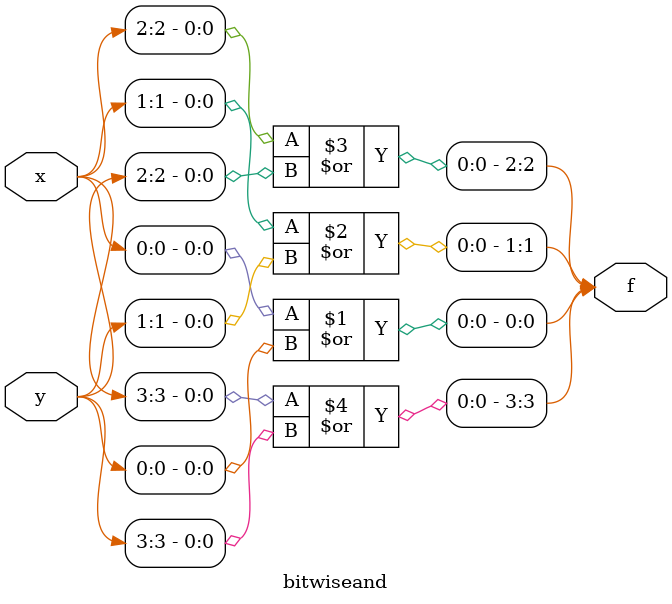
<source format=v>
/* ========================================================= */
/*                 32BIT BITWISE OR MODULE                 */
/* ========================================================= */
module bitwiseand(x,y,f);
	input [3:0] x, y;
	output [3:0] f;
	
	or(f[0],x[0],y[0]);
	or(f[1],x[1],y[1]);
	or(f[2],x[2],y[2]);
	or(f[3],x[3],y[3]);
	
	/* FOR TESTING:
	assign x = 4'b1001;
	assign y = 4'b0011;
	
	initial
		begin
			$monitor($time,,"x=%b, y=%b, f=%b",x,y,f);
		end
	*/
endmodule
</source>
